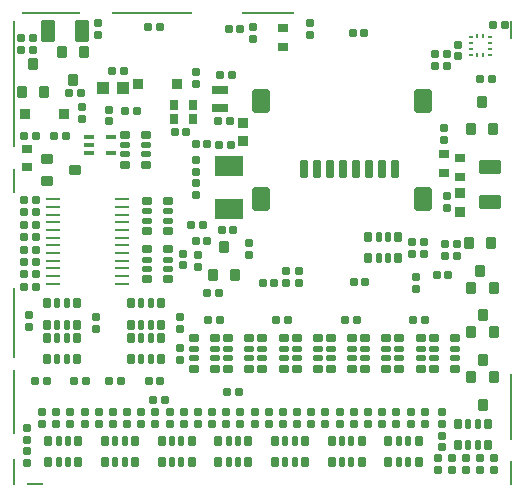
<source format=gbp>
G04*
G04 #@! TF.GenerationSoftware,Altium Limited,Altium Designer,22.11.1 (43)*
G04*
G04 Layer_Color=128*
%FSLAX25Y25*%
%MOIN*%
G70*
G04*
G04 #@! TF.SameCoordinates,CD7151E3-A330-4CC9-9350-DA62BE997E8B*
G04*
G04*
G04 #@! TF.FilePolarity,Positive*
G04*
G01*
G75*
%ADD18R,0.00787X0.21260*%
%ADD19R,0.00787X0.09055*%
%ADD20R,0.00787X0.23622*%
%ADD21R,0.00787X0.07874*%
%ADD22R,0.00787X0.08268*%
%ADD23R,0.00787X0.42126*%
%ADD24R,0.19685X0.00787*%
%ADD25R,0.26772X0.00787*%
%ADD26R,0.17717X0.00787*%
%ADD27R,0.00787X0.22441*%
%ADD28R,0.00787X0.06299*%
%ADD29R,0.05512X0.00787*%
G04:AMPARAMS|DCode=32|XSize=35.43mil|YSize=37.4mil|CornerRadius=3.54mil|HoleSize=0mil|Usage=FLASHONLY|Rotation=90.000|XOffset=0mil|YOffset=0mil|HoleType=Round|Shape=RoundedRectangle|*
%AMROUNDEDRECTD32*
21,1,0.03543,0.03032,0,0,90.0*
21,1,0.02835,0.03740,0,0,90.0*
1,1,0.00709,0.01516,0.01417*
1,1,0.00709,0.01516,-0.01417*
1,1,0.00709,-0.01516,-0.01417*
1,1,0.00709,-0.01516,0.01417*
%
%ADD32ROUNDEDRECTD32*%
G04:AMPARAMS|DCode=33|XSize=35.43mil|YSize=37.4mil|CornerRadius=3.54mil|HoleSize=0mil|Usage=FLASHONLY|Rotation=90.000|XOffset=0mil|YOffset=0mil|HoleType=Round|Shape=RoundedRectangle|*
%AMROUNDEDRECTD33*
21,1,0.03543,0.03032,0,0,90.0*
21,1,0.02835,0.03740,0,0,90.0*
1,1,0.00709,0.01516,0.01417*
1,1,0.00709,0.01516,-0.01417*
1,1,0.00709,-0.01516,-0.01417*
1,1,0.00709,-0.01516,0.01417*
%
%ADD33ROUNDEDRECTD33*%
G04:AMPARAMS|DCode=39|XSize=27.56mil|YSize=23.62mil|CornerRadius=2.36mil|HoleSize=0mil|Usage=FLASHONLY|Rotation=180.000|XOffset=0mil|YOffset=0mil|HoleType=Round|Shape=RoundedRectangle|*
%AMROUNDEDRECTD39*
21,1,0.02756,0.01890,0,0,180.0*
21,1,0.02284,0.02362,0,0,180.0*
1,1,0.00472,-0.01142,0.00945*
1,1,0.00472,0.01142,0.00945*
1,1,0.00472,0.01142,-0.00945*
1,1,0.00472,-0.01142,-0.00945*
%
%ADD39ROUNDEDRECTD39*%
G04:AMPARAMS|DCode=43|XSize=25.59mil|YSize=31.5mil|CornerRadius=2.56mil|HoleSize=0mil|Usage=FLASHONLY|Rotation=90.000|XOffset=0mil|YOffset=0mil|HoleType=Round|Shape=RoundedRectangle|*
%AMROUNDEDRECTD43*
21,1,0.02559,0.02638,0,0,90.0*
21,1,0.02047,0.03150,0,0,90.0*
1,1,0.00512,0.01319,0.01024*
1,1,0.00512,0.01319,-0.01024*
1,1,0.00512,-0.01319,-0.01024*
1,1,0.00512,-0.01319,0.01024*
%
%ADD43ROUNDEDRECTD43*%
G04:AMPARAMS|DCode=44|XSize=17.72mil|YSize=31.5mil|CornerRadius=1.77mil|HoleSize=0mil|Usage=FLASHONLY|Rotation=90.000|XOffset=0mil|YOffset=0mil|HoleType=Round|Shape=RoundedRectangle|*
%AMROUNDEDRECTD44*
21,1,0.01772,0.02795,0,0,90.0*
21,1,0.01417,0.03150,0,0,90.0*
1,1,0.00354,0.01398,0.00709*
1,1,0.00354,0.01398,-0.00709*
1,1,0.00354,-0.01398,-0.00709*
1,1,0.00354,-0.01398,0.00709*
%
%ADD44ROUNDEDRECTD44*%
G04:AMPARAMS|DCode=48|XSize=12.6mil|YSize=31.5mil|CornerRadius=1.26mil|HoleSize=0mil|Usage=FLASHONLY|Rotation=90.000|XOffset=0mil|YOffset=0mil|HoleType=Round|Shape=RoundedRectangle|*
%AMROUNDEDRECTD48*
21,1,0.01260,0.02898,0,0,90.0*
21,1,0.01008,0.03150,0,0,90.0*
1,1,0.00252,0.01449,0.00504*
1,1,0.00252,0.01449,-0.00504*
1,1,0.00252,-0.01449,-0.00504*
1,1,0.00252,-0.01449,0.00504*
%
%ADD48ROUNDEDRECTD48*%
G04:AMPARAMS|DCode=54|XSize=27.56mil|YSize=23.62mil|CornerRadius=2.36mil|HoleSize=0mil|Usage=FLASHONLY|Rotation=90.000|XOffset=0mil|YOffset=0mil|HoleType=Round|Shape=RoundedRectangle|*
%AMROUNDEDRECTD54*
21,1,0.02756,0.01890,0,0,90.0*
21,1,0.02284,0.02362,0,0,90.0*
1,1,0.00472,0.00945,0.01142*
1,1,0.00472,0.00945,-0.01142*
1,1,0.00472,-0.00945,-0.01142*
1,1,0.00472,-0.00945,0.01142*
%
%ADD54ROUNDEDRECTD54*%
G04:AMPARAMS|DCode=92|XSize=35.83mil|YSize=33.47mil|CornerRadius=3.35mil|HoleSize=0mil|Usage=FLASHONLY|Rotation=0.000|XOffset=0mil|YOffset=0mil|HoleType=Round|Shape=RoundedRectangle|*
%AMROUNDEDRECTD92*
21,1,0.03583,0.02677,0,0,0.0*
21,1,0.02913,0.03347,0,0,0.0*
1,1,0.00669,0.01457,-0.01339*
1,1,0.00669,-0.01457,-0.01339*
1,1,0.00669,-0.01457,0.01339*
1,1,0.00669,0.01457,0.01339*
%
%ADD92ROUNDEDRECTD92*%
G04:AMPARAMS|DCode=93|XSize=35.43mil|YSize=37.4mil|CornerRadius=3.54mil|HoleSize=0mil|Usage=FLASHONLY|Rotation=180.000|XOffset=0mil|YOffset=0mil|HoleType=Round|Shape=RoundedRectangle|*
%AMROUNDEDRECTD93*
21,1,0.03543,0.03032,0,0,180.0*
21,1,0.02835,0.03740,0,0,180.0*
1,1,0.00709,-0.01417,0.01516*
1,1,0.00709,0.01417,0.01516*
1,1,0.00709,0.01417,-0.01516*
1,1,0.00709,-0.01417,-0.01516*
%
%ADD93ROUNDEDRECTD93*%
G04:AMPARAMS|DCode=94|XSize=35.43mil|YSize=37.4mil|CornerRadius=3.54mil|HoleSize=0mil|Usage=FLASHONLY|Rotation=180.000|XOffset=0mil|YOffset=0mil|HoleType=Round|Shape=RoundedRectangle|*
%AMROUNDEDRECTD94*
21,1,0.03543,0.03032,0,0,180.0*
21,1,0.02835,0.03740,0,0,180.0*
1,1,0.00709,-0.01417,0.01516*
1,1,0.00709,0.01417,0.01516*
1,1,0.00709,0.01417,-0.01516*
1,1,0.00709,-0.01417,-0.01516*
%
%ADD94ROUNDEDRECTD94*%
%ADD95R,0.03937X0.04331*%
G04:AMPARAMS|DCode=96|XSize=70.87mil|YSize=45.28mil|CornerRadius=4.53mil|HoleSize=0mil|Usage=FLASHONLY|Rotation=0.000|XOffset=0mil|YOffset=0mil|HoleType=Round|Shape=RoundedRectangle|*
%AMROUNDEDRECTD96*
21,1,0.07087,0.03622,0,0,0.0*
21,1,0.06181,0.04528,0,0,0.0*
1,1,0.00906,0.03091,-0.01811*
1,1,0.00906,-0.03091,-0.01811*
1,1,0.00906,-0.03091,0.01811*
1,1,0.00906,0.03091,0.01811*
%
%ADD96ROUNDEDRECTD96*%
G04:AMPARAMS|DCode=97|XSize=59.06mil|YSize=25.59mil|CornerRadius=2.56mil|HoleSize=0mil|Usage=FLASHONLY|Rotation=90.000|XOffset=0mil|YOffset=0mil|HoleType=Round|Shape=RoundedRectangle|*
%AMROUNDEDRECTD97*
21,1,0.05906,0.02047,0,0,90.0*
21,1,0.05394,0.02559,0,0,90.0*
1,1,0.00512,0.01024,0.02697*
1,1,0.00512,0.01024,-0.02697*
1,1,0.00512,-0.01024,-0.02697*
1,1,0.00512,-0.01024,0.02697*
%
%ADD97ROUNDEDRECTD97*%
G04:AMPARAMS|DCode=98|XSize=78.74mil|YSize=57.09mil|CornerRadius=5.71mil|HoleSize=0mil|Usage=FLASHONLY|Rotation=90.000|XOffset=0mil|YOffset=0mil|HoleType=Round|Shape=RoundedRectangle|*
%AMROUNDEDRECTD98*
21,1,0.07874,0.04567,0,0,90.0*
21,1,0.06732,0.05709,0,0,90.0*
1,1,0.01142,0.02284,0.03366*
1,1,0.01142,0.02284,-0.03366*
1,1,0.01142,-0.02284,-0.03366*
1,1,0.01142,-0.02284,0.03366*
%
%ADD98ROUNDEDRECTD98*%
%ADD100R,0.09449X0.06693*%
G04:AMPARAMS|DCode=101|XSize=25.59mil|YSize=31.5mil|CornerRadius=2.56mil|HoleSize=0mil|Usage=FLASHONLY|Rotation=0.000|XOffset=0mil|YOffset=0mil|HoleType=Round|Shape=RoundedRectangle|*
%AMROUNDEDRECTD101*
21,1,0.02559,0.02638,0,0,0.0*
21,1,0.02047,0.03150,0,0,0.0*
1,1,0.00512,0.01024,-0.01319*
1,1,0.00512,-0.01024,-0.01319*
1,1,0.00512,-0.01024,0.01319*
1,1,0.00512,0.01024,0.01319*
%
%ADD101ROUNDEDRECTD101*%
G04:AMPARAMS|DCode=102|XSize=17.72mil|YSize=31.5mil|CornerRadius=1.77mil|HoleSize=0mil|Usage=FLASHONLY|Rotation=0.000|XOffset=0mil|YOffset=0mil|HoleType=Round|Shape=RoundedRectangle|*
%AMROUNDEDRECTD102*
21,1,0.01772,0.02795,0,0,0.0*
21,1,0.01417,0.03150,0,0,0.0*
1,1,0.00354,0.00709,-0.01398*
1,1,0.00354,-0.00709,-0.01398*
1,1,0.00354,-0.00709,0.01398*
1,1,0.00354,0.00709,0.01398*
%
%ADD102ROUNDEDRECTD102*%
G04:AMPARAMS|DCode=103|XSize=27.56mil|YSize=36.22mil|CornerRadius=2.76mil|HoleSize=0mil|Usage=FLASHONLY|Rotation=90.000|XOffset=0mil|YOffset=0mil|HoleType=Round|Shape=RoundedRectangle|*
%AMROUNDEDRECTD103*
21,1,0.02756,0.03071,0,0,90.0*
21,1,0.02205,0.03622,0,0,90.0*
1,1,0.00551,0.01535,0.01102*
1,1,0.00551,0.01535,-0.01102*
1,1,0.00551,-0.01535,-0.01102*
1,1,0.00551,-0.01535,0.01102*
%
%ADD103ROUNDEDRECTD103*%
G04:AMPARAMS|DCode=104|XSize=27.56mil|YSize=55.12mil|CornerRadius=2.76mil|HoleSize=0mil|Usage=FLASHONLY|Rotation=270.000|XOffset=0mil|YOffset=0mil|HoleType=Round|Shape=RoundedRectangle|*
%AMROUNDEDRECTD104*
21,1,0.02756,0.04961,0,0,270.0*
21,1,0.02205,0.05512,0,0,270.0*
1,1,0.00551,-0.02480,-0.01102*
1,1,0.00551,-0.02480,0.01102*
1,1,0.00551,0.02480,0.01102*
1,1,0.00551,0.02480,-0.01102*
%
%ADD104ROUNDEDRECTD104*%
G04:AMPARAMS|DCode=105|XSize=27.56mil|YSize=36.22mil|CornerRadius=2.76mil|HoleSize=0mil|Usage=FLASHONLY|Rotation=0.000|XOffset=0mil|YOffset=0mil|HoleType=Round|Shape=RoundedRectangle|*
%AMROUNDEDRECTD105*
21,1,0.02756,0.03071,0,0,0.0*
21,1,0.02205,0.03622,0,0,0.0*
1,1,0.00551,0.01102,-0.01535*
1,1,0.00551,-0.01102,-0.01535*
1,1,0.00551,-0.01102,0.01535*
1,1,0.00551,0.01102,0.01535*
%
%ADD105ROUNDEDRECTD105*%
G04:AMPARAMS|DCode=106|XSize=70.87mil|YSize=45.28mil|CornerRadius=4.53mil|HoleSize=0mil|Usage=FLASHONLY|Rotation=90.000|XOffset=0mil|YOffset=0mil|HoleType=Round|Shape=RoundedRectangle|*
%AMROUNDEDRECTD106*
21,1,0.07087,0.03622,0,0,90.0*
21,1,0.06181,0.04528,0,0,90.0*
1,1,0.00906,0.01811,0.03091*
1,1,0.00906,0.01811,-0.03091*
1,1,0.00906,-0.01811,-0.03091*
1,1,0.00906,-0.01811,0.03091*
%
%ADD106ROUNDEDRECTD106*%
G04:AMPARAMS|DCode=107|XSize=33.47mil|YSize=33.47mil|CornerRadius=3.35mil|HoleSize=0mil|Usage=FLASHONLY|Rotation=270.000|XOffset=0mil|YOffset=0mil|HoleType=Round|Shape=RoundedRectangle|*
%AMROUNDEDRECTD107*
21,1,0.03347,0.02677,0,0,270.0*
21,1,0.02677,0.03347,0,0,270.0*
1,1,0.00669,-0.01339,-0.01339*
1,1,0.00669,-0.01339,0.01339*
1,1,0.00669,0.01339,0.01339*
1,1,0.00669,0.01339,-0.01339*
%
%ADD107ROUNDEDRECTD107*%
%ADD108O,0.04961X0.00984*%
%ADD109R,0.00984X0.01378*%
%ADD110R,0.01378X0.00984*%
D18*
X394Y27559D02*
D03*
D19*
X394Y4528D02*
D03*
D20*
X394Y53937D02*
D03*
D21*
X166142Y3937D02*
D03*
D22*
X394Y101378D02*
D03*
D23*
Y133661D02*
D03*
D24*
X12992Y157480D02*
D03*
D25*
X46457D02*
D03*
D26*
X85236D02*
D03*
D27*
X166142Y26181D02*
D03*
D28*
Y151575D02*
D03*
D29*
X7480Y394D02*
D03*
D32*
X11615Y101242D02*
D03*
X20867Y104982D02*
D03*
D33*
X11615Y108723D02*
D03*
D39*
X28642Y154134D02*
D03*
Y150197D02*
D03*
X61825Y76772D02*
D03*
Y72835D02*
D03*
X78730Y76700D02*
D03*
Y80637D02*
D03*
X56693Y73228D02*
D03*
Y77165D02*
D03*
X5499Y52879D02*
D03*
Y56816D02*
D03*
X32283Y125197D02*
D03*
Y121260D02*
D03*
X23228Y125984D02*
D03*
Y122047D02*
D03*
X2756Y145079D02*
D03*
Y149016D02*
D03*
X134646Y69291D02*
D03*
Y65354D02*
D03*
X61024Y133858D02*
D03*
Y137795D02*
D03*
X91241Y67421D02*
D03*
Y71358D02*
D03*
X80216Y148721D02*
D03*
Y152657D02*
D03*
X133071Y81102D02*
D03*
Y77165D02*
D03*
X137008Y81102D02*
D03*
Y77165D02*
D03*
X6890Y145079D02*
D03*
Y149016D02*
D03*
X144685Y96457D02*
D03*
Y92520D02*
D03*
X143701Y118898D02*
D03*
Y114961D02*
D03*
X95571Y67421D02*
D03*
Y71358D02*
D03*
X99213Y153937D02*
D03*
Y150000D02*
D03*
X61024Y104331D02*
D03*
Y108268D02*
D03*
Y100787D02*
D03*
Y96850D02*
D03*
X47638Y24409D02*
D03*
Y20472D02*
D03*
X52362Y24409D02*
D03*
Y20472D02*
D03*
X57087Y24409D02*
D03*
Y20472D02*
D03*
X61811Y24409D02*
D03*
Y20472D02*
D03*
X146457Y5118D02*
D03*
Y9055D02*
D03*
X151181D02*
D03*
Y5118D02*
D03*
X155905D02*
D03*
Y9055D02*
D03*
X160630Y5118D02*
D03*
Y9055D02*
D03*
X27756Y51968D02*
D03*
Y55905D02*
D03*
X55709Y51968D02*
D03*
Y55905D02*
D03*
X24016Y24409D02*
D03*
Y20472D02*
D03*
X19292Y24409D02*
D03*
Y20472D02*
D03*
X14567Y24409D02*
D03*
Y20472D02*
D03*
X9843Y24409D02*
D03*
Y20472D02*
D03*
X42914Y24409D02*
D03*
Y20472D02*
D03*
X38189Y24409D02*
D03*
Y20472D02*
D03*
X33465Y24409D02*
D03*
Y20472D02*
D03*
X28740Y24409D02*
D03*
Y20472D02*
D03*
X80709Y24409D02*
D03*
Y20472D02*
D03*
X75985Y24409D02*
D03*
Y20472D02*
D03*
X71260Y24409D02*
D03*
Y20472D02*
D03*
X66536Y24409D02*
D03*
Y20472D02*
D03*
X99607D02*
D03*
Y24409D02*
D03*
X94882D02*
D03*
Y20472D02*
D03*
X90158Y24409D02*
D03*
Y20472D02*
D03*
X85433Y24409D02*
D03*
Y20472D02*
D03*
X118504Y24409D02*
D03*
Y20472D02*
D03*
X113780Y24409D02*
D03*
Y20472D02*
D03*
X109055Y24409D02*
D03*
Y20472D02*
D03*
X104331Y24409D02*
D03*
Y20472D02*
D03*
X132677Y24409D02*
D03*
Y20472D02*
D03*
X127953Y24409D02*
D03*
Y20472D02*
D03*
X123228Y24409D02*
D03*
Y20472D02*
D03*
X4724Y15157D02*
D03*
Y19094D02*
D03*
X141733Y9055D02*
D03*
Y5118D02*
D03*
X55709Y41732D02*
D03*
Y45669D02*
D03*
X143307Y20472D02*
D03*
Y24409D02*
D03*
X4724Y7480D02*
D03*
Y11417D02*
D03*
X143307Y16535D02*
D03*
Y12598D02*
D03*
X148425Y146850D02*
D03*
Y142913D02*
D03*
X137402Y24409D02*
D03*
Y20472D02*
D03*
D43*
X37402Y116831D02*
D03*
X44488D02*
D03*
X44488Y106791D02*
D03*
X37402D02*
D03*
X51969Y68602D02*
D03*
X44882D02*
D03*
Y78642D02*
D03*
X51969D02*
D03*
Y84744D02*
D03*
X44882D02*
D03*
Y94784D02*
D03*
X51969D02*
D03*
X147441Y48917D02*
D03*
X140354D02*
D03*
Y38878D02*
D03*
X147441Y38878D02*
D03*
X128937Y38878D02*
D03*
X136024D02*
D03*
Y48917D02*
D03*
X128937Y48917D02*
D03*
X78937Y48917D02*
D03*
X71851D02*
D03*
Y38878D02*
D03*
X78937D02*
D03*
X60433Y38878D02*
D03*
X67520Y38878D02*
D03*
Y48917D02*
D03*
X60433D02*
D03*
X101772Y48917D02*
D03*
X94685Y48917D02*
D03*
X94685Y38878D02*
D03*
X101772D02*
D03*
X83268Y38878D02*
D03*
X90355Y38878D02*
D03*
Y48917D02*
D03*
X83268D02*
D03*
X124607Y48917D02*
D03*
X117520Y48917D02*
D03*
X117520Y38878D02*
D03*
X124607D02*
D03*
X106103Y38878D02*
D03*
X113189Y38878D02*
D03*
Y48917D02*
D03*
X106103D02*
D03*
D44*
X44488Y110236D02*
D03*
Y113386D02*
D03*
X37402Y113386D02*
D03*
X37402Y110236D02*
D03*
X44882Y75197D02*
D03*
Y72047D02*
D03*
X51969D02*
D03*
Y75197D02*
D03*
X44882Y91339D02*
D03*
Y88189D02*
D03*
X51969D02*
D03*
Y91339D02*
D03*
X147441Y45472D02*
D03*
Y42323D02*
D03*
X140354D02*
D03*
Y45472D02*
D03*
X128937Y42323D02*
D03*
Y45472D02*
D03*
X136024D02*
D03*
Y42323D02*
D03*
X78937Y45472D02*
D03*
Y42323D02*
D03*
X71851D02*
D03*
Y45472D02*
D03*
X60433Y42323D02*
D03*
Y45472D02*
D03*
X67520D02*
D03*
Y42323D02*
D03*
X101772Y45472D02*
D03*
Y42323D02*
D03*
X94685D02*
D03*
Y45472D02*
D03*
X83268Y42323D02*
D03*
X83268Y45472D02*
D03*
X90355Y45472D02*
D03*
Y42323D02*
D03*
X124607Y45472D02*
D03*
Y42323D02*
D03*
X117520D02*
D03*
Y45472D02*
D03*
X106103Y42323D02*
D03*
X106103Y45472D02*
D03*
X113189Y45472D02*
D03*
Y42323D02*
D03*
D48*
X25394Y110827D02*
D03*
Y113386D02*
D03*
Y115945D02*
D03*
X32874D02*
D03*
Y110827D02*
D03*
D54*
X159843Y135433D02*
D03*
X155905D02*
D03*
X18743Y130809D02*
D03*
X22680D02*
D03*
X41339Y124803D02*
D03*
X37402D02*
D03*
X141339Y70079D02*
D03*
X145276D02*
D03*
X72047Y151969D02*
D03*
X75984D02*
D03*
X140748Y139764D02*
D03*
X144685D02*
D03*
X113386Y150787D02*
D03*
X117323D02*
D03*
X68910Y63978D02*
D03*
X64973D02*
D03*
X59646Y86614D02*
D03*
X63583D02*
D03*
X69685Y85039D02*
D03*
X73622D02*
D03*
X68898Y113386D02*
D03*
X72835D02*
D03*
X164173Y153543D02*
D03*
X160236D02*
D03*
X49016Y152559D02*
D03*
X45079D02*
D03*
X33071Y138189D02*
D03*
X37008D02*
D03*
X144095Y76378D02*
D03*
X148032D02*
D03*
X144095Y80315D02*
D03*
X148032D02*
D03*
X144685Y143701D02*
D03*
X140748D02*
D03*
X117618Y67815D02*
D03*
X113681D02*
D03*
X61024Y113779D02*
D03*
X64961D02*
D03*
X61024Y81299D02*
D03*
X64961D02*
D03*
X69291Y136614D02*
D03*
X73228D02*
D03*
X68504Y121260D02*
D03*
X72441D02*
D03*
X83366Y67421D02*
D03*
X87303D02*
D03*
X54035Y117815D02*
D03*
X57972D02*
D03*
X137599Y55118D02*
D03*
X133662D02*
D03*
X69095D02*
D03*
X65158D02*
D03*
X91929D02*
D03*
X87992D02*
D03*
X114764D02*
D03*
X110827D02*
D03*
X75591Y31102D02*
D03*
X71654D02*
D03*
X20539Y34646D02*
D03*
X24476D02*
D03*
X11350Y34646D02*
D03*
X7413D02*
D03*
X45343Y34646D02*
D03*
X49280D02*
D03*
X36154Y34646D02*
D03*
X32217D02*
D03*
X7874Y116535D02*
D03*
X3937D02*
D03*
X13780D02*
D03*
X17717D02*
D03*
X50788Y28346D02*
D03*
X46851D02*
D03*
X3937Y66142D02*
D03*
X7874D02*
D03*
X3937Y78543D02*
D03*
X7874D02*
D03*
X3937Y82677D02*
D03*
X7874D02*
D03*
X3937Y90945D02*
D03*
X7874D02*
D03*
X3937Y86811D02*
D03*
X7874D02*
D03*
X3937Y95079D02*
D03*
X7874D02*
D03*
X3937Y74410D02*
D03*
X7874D02*
D03*
X3937Y70276D02*
D03*
X7874D02*
D03*
D92*
X4331Y123622D02*
D03*
X17323Y123622D02*
D03*
X41732Y133858D02*
D03*
X54725D02*
D03*
D93*
X74151Y70120D02*
D03*
X70411Y79372D02*
D03*
X160320Y118619D02*
D03*
X156580Y127871D02*
D03*
X10630Y130984D02*
D03*
X6890Y140236D02*
D03*
X16339Y144409D02*
D03*
X20079Y135158D02*
D03*
X152953Y36024D02*
D03*
X156693Y26772D02*
D03*
Y41667D02*
D03*
X152953Y50919D02*
D03*
Y65814D02*
D03*
X156693Y56562D02*
D03*
X152166Y80709D02*
D03*
X155906Y71457D02*
D03*
D94*
X66671Y70120D02*
D03*
X152840Y118619D02*
D03*
X3150Y130984D02*
D03*
X23819Y144410D02*
D03*
X160433Y36024D02*
D03*
Y50919D02*
D03*
Y65814D02*
D03*
X159646Y80709D02*
D03*
D95*
X36811Y132283D02*
D03*
X30118D02*
D03*
D96*
X159055Y94488D02*
D03*
Y105905D02*
D03*
D97*
X97126Y105524D02*
D03*
X101457D02*
D03*
X105788D02*
D03*
X110118D02*
D03*
X114449D02*
D03*
X118780D02*
D03*
X123111D02*
D03*
X127441D02*
D03*
D98*
X136811Y95288D02*
D03*
Y127965D02*
D03*
X82678D02*
D03*
Y95288D02*
D03*
D100*
X72048Y106496D02*
D03*
X72048Y91929D02*
D03*
D101*
X118603Y82677D02*
D03*
X118603Y75591D02*
D03*
X128642D02*
D03*
Y82677D02*
D03*
X49705Y7677D02*
D03*
Y14764D02*
D03*
X59744D02*
D03*
Y7677D02*
D03*
X21555Y42126D02*
D03*
X21555Y49213D02*
D03*
X11516Y49213D02*
D03*
X11516Y42126D02*
D03*
Y60630D02*
D03*
X11516Y53543D02*
D03*
X21555D02*
D03*
Y60630D02*
D03*
X49508Y42126D02*
D03*
Y49213D02*
D03*
X39469Y49213D02*
D03*
X39469Y42126D02*
D03*
X39469Y60630D02*
D03*
Y53543D02*
D03*
X49508D02*
D03*
Y60630D02*
D03*
X11910Y7677D02*
D03*
X11910Y14764D02*
D03*
X21949D02*
D03*
X21949Y7677D02*
D03*
X30807D02*
D03*
Y14764D02*
D03*
X40846D02*
D03*
X40846Y7677D02*
D03*
X68602D02*
D03*
X68602Y14764D02*
D03*
X78642D02*
D03*
Y7677D02*
D03*
X87500D02*
D03*
X87500Y14764D02*
D03*
X97540Y14764D02*
D03*
Y7677D02*
D03*
X106398D02*
D03*
X106398Y14764D02*
D03*
X116437D02*
D03*
Y7677D02*
D03*
X125295D02*
D03*
Y14764D02*
D03*
X135335Y14764D02*
D03*
X135335Y7677D02*
D03*
X158563Y13386D02*
D03*
Y20472D02*
D03*
X148524D02*
D03*
X148524Y13386D02*
D03*
D102*
X122047Y82677D02*
D03*
X125197D02*
D03*
Y75591D02*
D03*
X122047D02*
D03*
X56299Y14764D02*
D03*
X53150D02*
D03*
Y7677D02*
D03*
X56299D02*
D03*
X18110Y42126D02*
D03*
X14961Y42126D02*
D03*
Y49213D02*
D03*
X18110D02*
D03*
X14961Y60630D02*
D03*
X18110Y60630D02*
D03*
X18110Y53543D02*
D03*
X14961D02*
D03*
X46063Y42126D02*
D03*
X42913D02*
D03*
Y49213D02*
D03*
X46063Y49213D02*
D03*
X42914Y60630D02*
D03*
X46063D02*
D03*
Y53543D02*
D03*
X42914D02*
D03*
X18504Y14764D02*
D03*
X15355D02*
D03*
Y7677D02*
D03*
X18504D02*
D03*
X37402Y14764D02*
D03*
X34252Y14764D02*
D03*
Y7677D02*
D03*
X37402D02*
D03*
X75197Y14764D02*
D03*
X72047D02*
D03*
Y7677D02*
D03*
X75197D02*
D03*
X94095Y14764D02*
D03*
X90945Y14764D02*
D03*
Y7677D02*
D03*
X94095D02*
D03*
X112992Y14764D02*
D03*
X109843D02*
D03*
Y7677D02*
D03*
X112992D02*
D03*
X131890Y14764D02*
D03*
X128740Y14764D02*
D03*
Y7677D02*
D03*
X131890D02*
D03*
X155118Y13386D02*
D03*
X151969D02*
D03*
Y20472D02*
D03*
X155118D02*
D03*
D103*
X143701Y110236D02*
D03*
Y103937D02*
D03*
X90059Y145965D02*
D03*
Y152264D02*
D03*
X4725Y112205D02*
D03*
X4725Y105905D02*
D03*
X149213Y102756D02*
D03*
Y109055D02*
D03*
D104*
X69291Y131693D02*
D03*
Y125787D02*
D03*
D105*
X60237Y126772D02*
D03*
X53937Y126772D02*
D03*
X60237Y122146D02*
D03*
X53937D02*
D03*
D106*
X11811Y151378D02*
D03*
X23228D02*
D03*
D107*
X149213Y91024D02*
D03*
Y97244D02*
D03*
X76772Y120827D02*
D03*
Y114606D02*
D03*
D108*
X13622Y67126D02*
D03*
Y69685D02*
D03*
Y72244D02*
D03*
Y74803D02*
D03*
Y77362D02*
D03*
Y79921D02*
D03*
Y82480D02*
D03*
Y85039D02*
D03*
Y87598D02*
D03*
Y90158D02*
D03*
Y92716D02*
D03*
Y95276D02*
D03*
X36615Y67126D02*
D03*
Y69685D02*
D03*
Y72244D02*
D03*
Y74803D02*
D03*
Y77362D02*
D03*
Y79921D02*
D03*
Y82480D02*
D03*
Y85039D02*
D03*
Y87598D02*
D03*
Y90158D02*
D03*
Y92716D02*
D03*
Y95276D02*
D03*
D109*
X156890Y143307D02*
D03*
X154922D02*
D03*
Y149606D02*
D03*
X156890D02*
D03*
D110*
X152756Y143504D02*
D03*
Y145473D02*
D03*
Y147441D02*
D03*
Y149409D02*
D03*
X159056Y143504D02*
D03*
Y149409D02*
D03*
Y145473D02*
D03*
Y147441D02*
D03*
M02*

</source>
